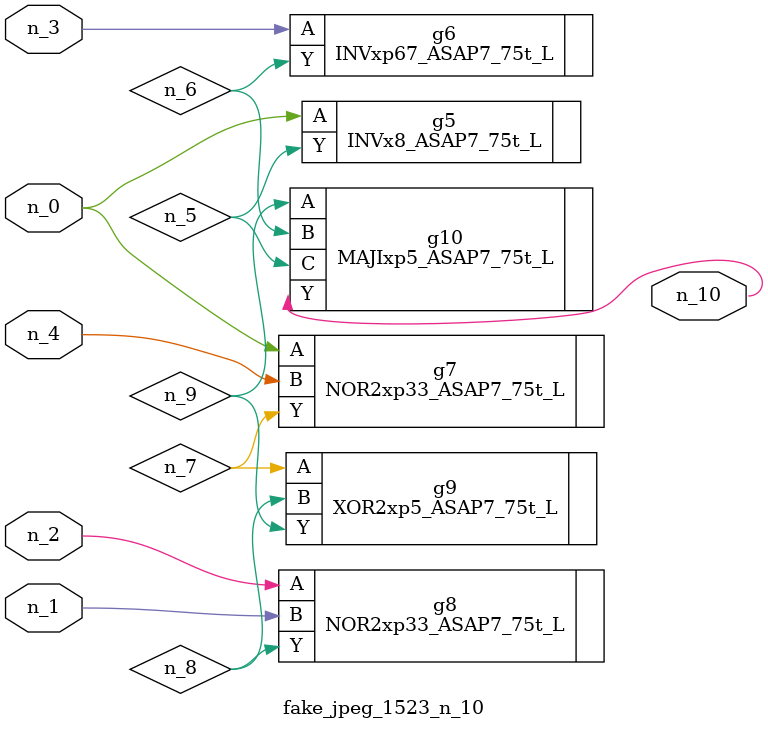
<source format=v>
module fake_jpeg_1523_n_10 (n_3, n_2, n_1, n_0, n_4, n_10);

input n_3;
input n_2;
input n_1;
input n_0;
input n_4;

output n_10;

wire n_8;
wire n_9;
wire n_6;
wire n_5;
wire n_7;

INVx8_ASAP7_75t_L g5 ( 
.A(n_0),
.Y(n_5)
);

INVxp67_ASAP7_75t_L g6 ( 
.A(n_3),
.Y(n_6)
);

NOR2xp33_ASAP7_75t_L g7 ( 
.A(n_0),
.B(n_4),
.Y(n_7)
);

NOR2xp33_ASAP7_75t_L g8 ( 
.A(n_2),
.B(n_1),
.Y(n_8)
);

XOR2xp5_ASAP7_75t_L g9 ( 
.A(n_7),
.B(n_8),
.Y(n_9)
);

MAJIxp5_ASAP7_75t_L g10 ( 
.A(n_9),
.B(n_6),
.C(n_5),
.Y(n_10)
);


endmodule
</source>
